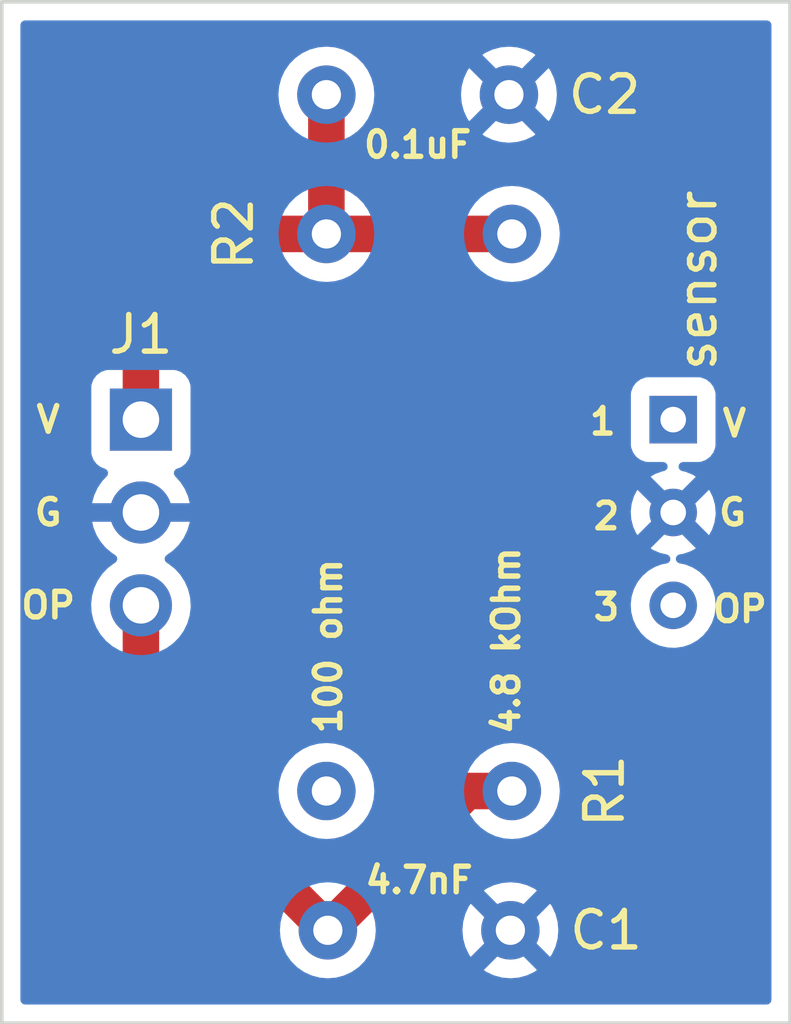
<source format=kicad_pcb>
(kicad_pcb (version 20211014) (generator pcbnew)
  (layers (0 "F.Cu" signal) (31 "B.Cu" signal) (34 "B.Paste" user) (35 "F.Paste" user) (36 "B.SilkS" user "B.Silkscreen") (37 "F.SilkS" user "F.Silkscreen") (38 "B.Mask" user) (39 "F.Mask" user) (44 "Edge.Cuts" user))
  (net 0 "")
  (net 1 "5V_HALL_OUTPUT")
  (net 2 "GND")
  (net 3 "5V_IN")
  (net 4 "Net-(R2-Pad2)")
  (footprint "Capacitor_THT:C_Disc_D6.0mm_W2.5mm_P5.00mm" (layer "F.Cu") (at 8.93 25.4)
    (fp_text reference "C1" (at 7.62 0) (layer "F.SilkS"))
    (fp_text value "4.7nF" hide)
    (pad "1" thru_hole circle (at 0 0) (size 1.6 1.6) (drill 0.8) (layers *.Cu *.Mask) (net 1 "5V_HALL_OUTPUT"))
    (pad "2" thru_hole circle (at 5 0) (size 1.6 1.6) (drill 0.8) (layers *.Cu *.Mask) (net 2 "GND"))
  )
  (footprint "Resistor_THT:R_Axial_DIN0207_L6.3mm_D2.5mm_P15.24mm_Horizontal" (layer "F.Cu") (at 8.89 6.35 -90)
    (fp_text reference "R2" (at 0 2.54 90) (layer "F.SilkS"))
    (fp_text value "100 Ohm" hide)
    (pad "1" thru_hole circle (at 0 0 270) (size 1.6 1.6) (drill 0.8) (layers *.Cu *.Mask) (net 3 "5V_IN"))
    (pad "2" thru_hole oval (at 15.24 0 270) (size 1.6 1.6) (drill 0.8) (layers *.Cu *.Mask) (net 4 "Net-(R2-Pad2)"))
  )
  (footprint "Resistor_THT:R_Axial_DIN0207_L6.3mm_D2.5mm_P15.24mm_Horizontal" (layer "F.Cu") (at 13.97 6.35 -90)
    (fp_text reference "R1" (at 15.24 -2.54 90) (layer "F.SilkS"))
    (fp_text value "4.8kOhm" hide)
    (pad "1" thru_hole circle (at 0 0 270) (size 1.6 1.6) (drill 0.8) (layers *.Cu *.Mask) (net 3 "5V_IN"))
    (pad "2" thru_hole oval (at 15.24 0 270) (size 1.6 1.6) (drill 0.8) (layers *.Cu *.Mask) (net 1 "5V_HALL_OUTPUT"))
  )
  (footprint "Capacitor_THT:C_Disc_D6.0mm_W2.5mm_P5.00mm" (layer "F.Cu") (at 8.89 2.54)
    (fp_text reference "C2" (at 7.62 0) (layer "F.SilkS"))
    (fp_text value "0.1uF" hide)
    (pad "1" thru_hole circle (at 0 0) (size 1.6 1.6) (drill 0.8) (layers *.Cu *.Mask) (net 3 "5V_IN"))
    (pad "2" thru_hole circle (at 5 0) (size 1.6 1.6) (drill 0.8) (layers *.Cu *.Mask) (net 2 "GND"))
  )
  (footprint "Connector_PinHeader_2.54mm:PinHeader_1x03_P2.54mm_Vertical" (layer "F.Cu") (at 3.81 11.43)
    (fp_text reference "J1" (at 0 -2.33) (layer "F.SilkS"))
    (fp_text value "Conn_01x03" hide)
    (pad "1" thru_hole rect (at 0 0) (size 1.7 1.7) (drill 1) (layers *.Cu *.Mask) (net 3 "5V_IN"))
    (pad "2" thru_hole oval (at 0 2.54) (size 1.7 1.7) (drill 1) (layers *.Cu *.Mask) (net 2 "GND"))
    (pad "3" thru_hole oval (at 0 5.08) (size 1.7 1.7) (drill 1) (layers *.Cu *.Mask) (net 1 "5V_HALL_OUTPUT"))
  )
  (footprint "Package_SIP:SIP3_11.6x8.5mm" (layer "F.Cu") (at 18.3896 11.43 -90)
    (fp_text reference "U1" hide)
    (fp_text value "A1301EUA-T" hide)
    (pad "1" thru_hole rect (at 0 0 180) (size 1.3 1.3) (drill 0.7) (layers *.Cu *.Mask) (net 4 "Net-(R2-Pad2)"))
    (pad "2" thru_hole circle (at 2.54 0 90) (size 1.3 1.3) (drill 0.7) (layers *.Cu *.Mask) (net 2 "GND"))
    (pad "3" thru_hole circle (at 5.08 0 180) (size 1.3 1.3) (drill 0.7) (layers *.Cu *.Mask) (net 1 "5V_HALL_OUTPUT"))
  )
  (gr_poly (pts (xy 21.59 27.94) (xy 0 27.94) (xy 0 0) (xy 21.59 0)) (layer "Edge.Cuts") (width 0.1) (fill none))
  (gr_text "G" (at 20.0152 13.97) (layer "F.SilkS") (effects (font (size 0.7 0.7))))
  (gr_text "OP" (at 1.27 16.51) (layer "F.SilkS") (effects (font (size 0.7 0.7))))
  (gr_text "2" (at 16.5608 14.0716) (layer "F.SilkS") (effects (font (size 0.7 0.7))))
  (gr_text "0.1uF" (at 11.39 3.91) (layer "F.SilkS") (effects (font (size 0.7 0.7))))
  (gr_text "3" (at 16.5608 16.5608) (layer "F.SilkS") (effects (font (size 0.7 0.7))))
  (gr_text "V" (at 1.27 11.43) (layer "F.SilkS") (effects (font (size 0.7 0.7))))
  (gr_text "1" (at 16.4592 11.4808) (layer "F.SilkS") (effects (font (size 0.7 0.7))))
  (gr_text "sensor" (at 19.05 7.62 90) (layer "F.SilkS") (effects (font (size 1 1))))
  (gr_text "4.7nF" (at 11.43 24.03) (layer "F.SilkS") (effects (font (size 0.7 0.7))))
  (gr_text "100 ohm" (at 8.9408 17.6276 90) (layer "F.SilkS") (effects (font (size 0.7 0.7))))
  (gr_text "OP" (at 20.2184 16.6116) (layer "F.SilkS") (effects (font (size 0.7 0.7))))
  (gr_text "G" (at 1.27 13.97) (layer "F.SilkS") (effects (font (size 0.7 0.7))))
  (gr_text "V" (at 20.066 11.5316) (layer "F.SilkS") (effects (font (size 0.7 0.7))))
  (gr_text "4.8 kOhm" (at 13.8176 17.4752 90) (layer "F.SilkS") (effects (font (size 0.7 0.7))))
  (segment (start 8.93 25.4) (end 3.81 20.28) (width 1) (layer "F.Cu") (net 1))
  (segment (start 3.81 20.28) (end 3.81 16.51) (width 1) (layer "F.Cu") (net 1))
  (segment (start 12.74 21.59) (end 8.93 25.4) (width 1) (layer "F.Cu") (net 1))
  (segment (start 13.97 21.59) (end 12.74 21.59) (width 1) (layer "F.Cu") (net 1))
  (segment (start 8.89 6.35) (end 13.97 6.35) (width 1) (layer "F.Cu") (net 3))
  (segment (start 8.89 6.35) (end 5.08 6.35) (width 1) (layer "F.Cu") (net 3))
  (segment (start 3.81 7.62) (end 3.81 11.43) (width 1) (layer "F.Cu") (net 3))
  (segment (start 5.08 6.35) (end 3.81 7.62) (width 1) (layer "F.Cu") (net 3))
  (segment (start 8.89 6.35) (end 8.89 2.54) (width 1) (layer "F.Cu") (net 3))
  (zone (net 2) (net_name "GND") (layer "B.Cu") (connect_pads (clearance 0.508)) (min_thickness 0.254) (fill yes (thermal_gap 0.508) (thermal_bridge_width 0.508))
    (polygon (pts (xy 21.59 27.94) (xy 0 27.94) (xy 0 0) (xy 21.59 0)))
  )
)
</source>
